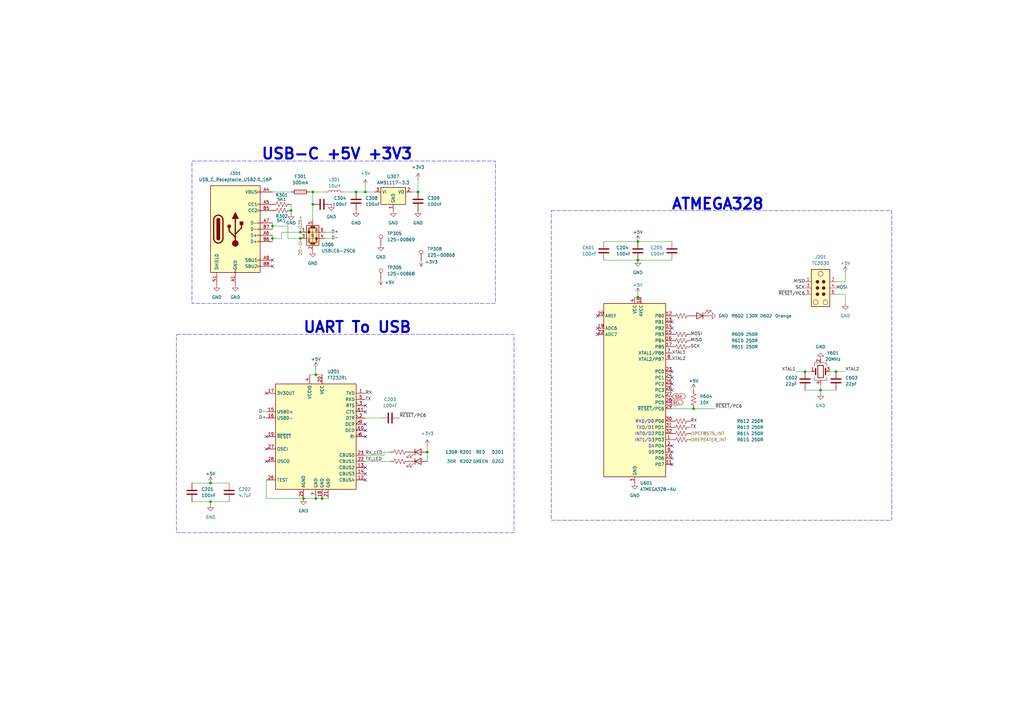
<source format=kicad_sch>
(kicad_sch (version 20250114) (generator "eeschema") (generator_version "9.0")
  (paper "A3")
  (title_block (title "MEP MAXI 85V-1 REV 2 Keypad") (date "2025-06-22") (rev "X2") (company "McMillan Enterprises") (comment 1 "Firmware: Connor McMillan (connor@mcmillan.website)") (comment 2 "Hardware &"))
  (polyline (pts (xy 391.1535 266.7296) (xy 391.1852 266.731) (xy 391.2167 266.7334) (xy 391.2477 266.7368) (xy 391.2784 266.7411) (xy 391.3085 266.7463) (xy 391.3381 266.7524) (xy 391.3671 266.7595) (xy 391.3954 266.7674) (xy 391.423 266.7762) (xy 391.4497 266.7858) (xy 391.4756 266.7963) (xy 391.5006 266.8076) (xy 391.5246 266.8198) (xy 391.5476 266.8328) (xy 391.5694 266.8466) (xy 391.4898 267.0098) (xy 391.47 266.9964) (xy 391.4496 266.9839) (xy 391.4285 266.9722) (xy 391.4069 266.9613) (xy 391.3846 266.9513) (xy 391.3619 266.9422) (xy 391.3386 266.9339) (xy 391.3148 266.9265) (xy 391.2906 266.9199) (xy 391.266 266.9142) (xy 391.241 266.9094) (xy 391.2157 266.9054) (xy 391.19 266.9023) (xy 391.1641 266.9001) (xy 391.1379 266.8988) (xy 391.1115 266.8984) (xy 391.0695 266.8995) (xy 391.0296 266.9028) (xy 390.9919 266.9083) (xy 390.9564 266.9159) (xy 390.9232 266.9255) (xy 390.8924 266.937) (xy 390.8641 266.9504) (xy 390.8384 266.9655) (xy 390.8154 266.9824) (xy 390.805 266.9915) (xy 390.7952 267.001) (xy 390.7862 267.0109) (xy 390.7778 267.0211) (xy 390.7703 267.0318) (xy 390.7634 267.0428) (xy 390.7574 267.0542) (xy 390.7521 267.0659) (xy 390.7475 267.078) (xy 390.7438 267.0904) (xy 390.7409 267.1031) (xy 390.7388 267.1162) (xy 390.7376 267.1296) (xy 390.7371 267.1432) (xy 390.7392 267.1694) (xy 390.7452 267.1933) (xy 390.7548 267.215) (xy 390.7679 267.2347) (xy 390.784 267.2526) (xy 390.8031 267.2689) (xy 390.8248 267.2837) (xy 390.8488 267.2973) (xy 390.875 267.3098) (xy 390.9029 267.3214) (xy 390.9633 267.3427) (xy 391.0946 267.3827) (xy 391.1612 267.4042) (xy 391.2258 267.4288) (xy 391.2566 267.4426) (xy 391.2862 267.4578) (xy 391.3141 267.4744) (xy 391.3403 267.4927) (xy 391.3643 267.5128) (xy 391.386 267.535) (xy 391.4051 267.5594) (xy 391.4213 267.5861) (xy 391.4343 267.6155) (xy 391.4439 267.6475) (xy 391.4499 267.6826) (xy 391.452 267.7207) (xy 391.4513 267.7458) (xy 391.4492 267.7702) (xy 391.4457 267.794) (xy 391.4409 267.8171) (xy 391.4347 267.8395) (xy 391.4273 267.8613) (xy 391.4186 267.8824) (xy 391.4086 267.9028) (xy 391.3974 267.9224) (xy 391.3851 267.9414) (xy 391.3715 267.9596) (xy 391.3568 267.977) (xy 391.341 267.9938) (xy 391.3242 268.0097) (xy 391.3062 268.0249) (xy 391.2872 268.0393) (xy 391.2672 268.0529) (xy 391.2462 268.0657) (xy 391.2242 268.0777) (xy 391.2013 268.0888) (xy 391.1775 268.0992) (xy 391.1528 268.1087) (xy 391.1272 268.1173) (xy 391.1008 268.125) (xy 391.0736 268.1319) (xy 391.0456 268.1379) (xy 391.0169 268.143) (xy 390.9874 268.1472) (xy 390.9572 268.1505) (xy 390.9263 268.1529) (xy 390.8947 268.1543) (xy 390.8626 268.1548) (xy 390.8227 268.1539) (xy 390.7831 268.1514) (xy 390.744 268.1474) (xy 390.7055 268.1418) (xy 390.6676 268.1348) (xy 390.6307 268.1264) (xy 390.5947 268.1168) (xy 390.5599 268.106) (xy 390.5264 268.0941) (xy 390.4944 268.0811) (xy 390.464 268.0671) (xy 390.4353 268.0523) (xy 390.4085 268.0366) (xy 390.3837 268.0202) (xy 390.3611 268.0032) (xy 390.3409 267.9855) (xy 390.4285 267.8262) (xy 390.449 267.8441) (xy 390.4711 267.8611) (xy 390.4946 267.8771) (xy 390.5193 267.8923) (xy 390.5452 267.9064) (xy 390.5722 267.9195) (xy 390.6002 267.9315) (xy 390.6291 267.9425) (xy 390.6588 267.9522) (xy 390.6892 267.9608) (xy 390.7202 267.9682) (xy 390.7516 267.9743) (xy 390.7835 267.9792) (xy 390.8157 267.9827) (xy 390.848 267.9848) (xy 390.8805 267.9855) (xy 390.9218 267.9845) (xy 390.9612 267.9815) (xy 390.9988 267.9766) (xy 391.0342 267.9698) (xy 391.0675 267.961) (xy 391.0984 267.9504) (xy 391.127 267.938) (xy 391.153 267.9238) (xy 391.1764 267.9078) (xy 391.1871 267.8991) (xy 391.1971 267.89) (xy 391.2063 267.8805) (xy 391.2148 267.8706) (xy 391.2226 267.8602) (xy 391.2296 267.8494) (xy 391.2359 267.8382) (xy 391.2413 267.8266) (xy 391.246 267.8146) (xy 391.2499 267.8022) (xy 391.2529 267.7894) (xy 391.255 267.7761) (xy 391.2564 267.7625) (xy 391.2568 267.7485) (xy 391.2547 267.7225) (xy 391.2488 267.6989) (xy 391.2391 267.6775) (xy 391.2261 267.6581) (xy 391.2099 267.6406) (xy 391.1908 267.6246) (xy 391.1692 267.6101) (xy 391.1451 267.5968) (xy 391.119 267.5847) (xy 391.091 267.5733) (xy 391.0306 267.5525) (xy 390.8994 267.5131) (xy 390.8328 267.4914) (xy 390.7682 267.4664) (xy 390.7373 267.4521) (xy 390.7078 267.4365) (xy 390.6798 267.4192) (xy 390.6537 267.4002) (xy 390.6297 267.3792) (xy 390.608 267.3561) (xy 390.5889 267.3306) (xy 390.5727 267.3025) (xy 390.5597 267.2717) (xy 390.5501 267.238) (xy 390.5441 267.2012) (xy 390.542 267.1611) (xy 390.5427 267.1364) (xy 390.5448 267.1123) (xy 390.5482 267.0888) (xy 390.553 267.066) (xy 390.559 267.0437) (xy 390.5663 267.0222) (xy 390.5749 267.0013) (xy 390.5847 266.9811) (xy 390.5957 266.9615) (xy 390.6078 266.9427) (xy 390.6211 266.9246) (xy 390.6356 266.9072) (xy 390.6511 266.8905) (xy 390.6677 266.8746) (xy 390.6854 266.8594) (xy 390.704 266.845) (xy 390.7237 266.8314) (xy 390.7444 266.8186) (xy 390.766 266.8066) (xy 390.7885 266.7954) (xy 390.8119 266.7851) (xy 390.8362 266.7755) (xy 390.8613 266.7669) (xy 390.8873 266.7591) (xy 390.914 266.7521) (xy 390.9415 266.7461) (xy 390.9698 266.7409) (xy 390.9988 266.7367) (xy 391.0285 266.7334) (xy 391.0588 266.731) (xy 391.0898 266.7295) (xy 391.1215 266.7291) (xy 391.1535 266.7296)) (stroke (width -0.0001) (type solid)) (fill (type outline)))
  (rectangle (start 78.74 66.04) (end 203.2 124.46) (stroke (width 0) (type dash)))
  (polyline (pts (xy 375.0109 259.0135) (xy 370.1552 265.2009) (xy 369.7386 265.2009) (xy 368.5893 262.4136) (xy 367.9211 265.7758) (xy 367.03 265.7758) (xy 368.0361 260.7468) (xy 368.7976 260.7468) (xy 369.9562 263.6659) (xy 370.1265 264.0944) (xy 372.7404 260.7468) (xy 373.6079 259.6357) (xy 374.9545 258.6582) (xy 375.0109 259.0135)) (stroke (width -0.0001) (type solid)) (fill (type outline)))
  (polyline (pts (xy 389.122 268.1388) (xy 388.9228 268.1388) (xy 389.2016 266.745) (xy 389.4007 266.745) (xy 389.122 268.1388)) (stroke (width -0.0001) (type solid)) (fill (type outline)))
  (polyline (pts (xy 402.3773 264.4208) (xy 402.9996 261.2772) (xy 403.8272 261.2772) (xy 402.9291 265.768) (xy 402.2426 265.768) (xy 400.4013 262.6244) (xy 399.7726 265.768) (xy 398.945 265.768) (xy 399.8432 261.2772) (xy 400.5296 261.2772) (xy 402.3773 264.4208)) (stroke (width -0.0001) (type solid)) (fill (type outline)))
  (polyline (pts (xy 382.7899 266.7468) (xy 382.8462 266.752) (xy 382.899 266.7605) (xy 382.9484 266.7724) (xy 382.9717 266.7796) (xy 382.9942 266.7876) (xy 383.0158 266.7963) (xy 383.0364 266.8059) (xy 383.0561 266.8163) (xy 383.0749 266.8274) (xy 383.0928 266.8394) (xy 383.1097 266.852) (xy 383.1256 266.8655) (xy 383.1406 266.8797) (xy 383.1546 266.8946) (xy 383.1677 266.9103) (xy 383.1797 266.9267) (xy 383.1907 266.9438) (xy 383.2007 266.9617) (xy 383.2098 266.9802) (xy 383.2177 266.9995) (xy 383.2247 267.0194) (xy 383.2306 267.04) (xy 383.2354 267.0614) (xy 383.2392 267.0833) (xy 383.2419 267.106) (xy 383.2436 267.1293) (xy 383.2441 267.1532) (xy 383.2423 267.2041) (xy 383.24 267.2287) (xy 383.2369 267.2527) (xy 383.2329 267.2763) (xy 383.228 267.2992) (xy 383.2223 267.3217) (xy 383.2157 267.3435) (xy 383.2083 267.3648) (xy 383.2001 267.3855) (xy 383.191 267.4056) (xy 383.1811 267.4252) (xy 383.1704 267.4442) (xy 383.1589 267.4625) (xy 383.1466 267.4803) (xy 383.1336 267.4974) (xy 383.1198 267.514) (xy 383.1052 267.5299) (xy 383.0898 267.5452) (xy 383.0737 267.5599) (xy 383.0569 267.5739) (xy 383.0394 267.5873) (xy 383.0211 267.6) (xy 383.0021 267.6121) (xy 382.9621 267.6344) (xy 382.9194 267.6539) (xy 382.8739 267.6707) (xy 382.8259 267.6848) (xy 383.0808 268.1388) (xy 382.8698 268.1388) (xy 382.6269 267.7127) (xy 382.2166 267.7127) (xy 382.133 268.1388) (xy 381.9319 268.1388) (xy 382.051 267.5434) (xy 382.2505 267.5434) (xy 382.595 267.5434) (xy 382.647 267.5419) (xy 382.6961 267.5375) (xy 382.7422 267.5301) (xy 382.7854 267.5197) (xy 382.8059 267.5134) (xy 382.8255 267.5064) (xy 382.8444 267.4987) (xy 382.8625 267.4902) (xy 382.8798 267.481) (xy 382.8963 267.4711) (xy 382.9119 267.4605) (xy 382.9268 267.4491) (xy 382.9408 267.437) (xy 382.9539 267.4243) (xy 382.9662 267.4108) (xy 382.9777 267.3965) (xy 382.9882 267.3816) (xy 382.998 267.366) (xy 383.0068 267.3497) (xy 383.0147 267.3326) (xy 383.0217 267.3149) (xy 383.0278 267.2964) (xy 383.033 267.2773) (xy 383.0373 267.2574) (xy 383.0407 267.2369) (xy 383.043 267.2157) (xy 383.0445 267.1937) (xy 383.045 267.1711) (xy 383.0446 267.1557) (xy 383.0436 267.1407) (xy 383.0418 267.1262) (xy 383.0394 267.1122) (xy 383.0363 267.0987) (xy 383.0325 267.0857) (xy 383.0281 267.0731) (xy 383.023 267.0611) (xy 383.0172 267.0495) (xy 383.0108 267.0384) (xy 383.0037 267.0277) (xy 382.9959 267.0176) (xy 382.9876 267.008) (xy 382.9785 266.9988) (xy 382.9689 266.9902) (xy 382.9586 266.982) (xy 382.9477 266.9743) (xy 382.9362 266.9671) (xy 382.924 266.9604) (xy 382.9113 266.9542) (xy 382.8979 266.9485) (xy 382.884 266.9432) (xy 382.8694 266.9385) (xy 382.8543 266.9343) (xy 382.8386 266.9305) (xy 382.8222 266.9273) (xy 382.8054 266.9245) (xy 382.7879 266.9223) (xy 382.7699 266.9205) (xy 382.7513 266.9193) (xy 382.7321 266.9185) (xy 382.7124 266.9183) (xy 382.3759 266.9183) (xy 382.2505 267.5434) (xy 382.051 267.5434) (xy 382.2107 266.745) (xy 382.7303 266.745) (xy 382.7899 266.7468)) (stroke (width -0.0001) (type solid)) (fill (type outline)))
  (polyline (pts (xy 387.3207 261.2772) (xy 388.1546 261.2772) (xy 387.3976 265.0624) (xy 389.7457 265.0624) (xy 389.6046 265.768) (xy 386.4224 265.768) (xy 387.3207 261.2772) (xy 387.3207 261.2772)) (stroke (width -0.0001) (type solid)) (fill (type outline)))
  (polyline (pts (xy 381.0146 264.2668) (xy 383.3435 261.2772) (xy 384.062 261.2772) (xy 383.1639 265.768) (xy 382.3748 265.768) (xy 382.9585 262.8233) (xy 381.0403 265.2548) (xy 380.6682 265.2548) (xy 379.6417 262.7656) (xy 379.045 265.768) (xy 378.2495 265.768) (xy 379.1477 261.2772) (xy 379.8278 261.2772) (xy 381.0146 264.2668)) (stroke (width -0.0001) (type solid)) (fill (type outline)))
  (polyline (pts (xy 376.1996 267.8182) (xy 376.4126 266.745) (xy 376.6117 266.745) (xy 376.333 268.1388) (xy 376.1697 268.1388) (xy 375.5464 267.0656) (xy 375.3333 268.1388) (xy 375.1343 268.1388) (xy 375.413 266.745) (xy 375.5763 266.745) (xy 376.1996 267.8182)) (stroke (width -0.0001) (type solid)) (fill (type outline)))
  (polyline (pts (xy 370.1265 264.0944) (xy 372.7347 260.7468) (xy 372.7404 260.7468) (xy 370.1265 264.0944)) (stroke (width -0.0001) (type solid)) (fill (type outline)))
  (polyline (pts (xy 387.4406 266.7468) (xy 387.4968 266.752) (xy 387.5497 266.7605) (xy 387.599 266.7724) (xy 387.6224 266.7796) (xy 387.6449 266.7876) (xy 387.6664 266.7963) (xy 387.6871 266.8059) (xy 387.7068 266.8163) (xy 387.7256 266.8274) (xy 387.7434 266.8394) (xy 387.7603 266.852) (xy 387.7763 266.8655) (xy 387.7913 266.8797) (xy 387.8053 266.8946) (xy 387.8183 266.9103) (xy 387.8303 266.9267) (xy 387.8414 266.9438) (xy 387.8514 266.9617) (xy 387.8604 266.9802) (xy 387.8684 266.9995) (xy 387.8753 267.0194) (xy 387.8812 267.04) (xy 387.8861 267.0614) (xy 387.8899 267.0833) (xy 387.8926 267.106) (xy 387.8942 267.1293) (xy 387.8948 267.1532) (xy 387.8929 267.2041) (xy 387.8907 267.2287) (xy 387.8876 267.2527) (xy 387.8836 267.2763) (xy 387.8787 267.2992) (xy 387.873 267.3217) (xy 387.8664 267.3435) (xy 387.859 267.3648) (xy 387.8507 267.3855) (xy 387.8416 267.4056) (xy 387.8317 267.4252) (xy 387.821 267.4442) (xy 387.8096 267.4625) (xy 387.7973 267.4803) (xy 387.7842 267.4974) (xy 387.7704 267.514) (xy 387.7558 267.5299) (xy 387.7405 267.5452) (xy 387.7244 267.5599) (xy 387.7076 267.5739) (xy 387.69 267.5873) (xy 387.6718 267.6) (xy 387.6528 267.6121) (xy 387.6128 267.6344) (xy 387.57 267.6539) (xy 387.5246 267.6707) (xy 387.4766 267.6848) (xy 387.7314 268.1388) (xy 387.5204 268.1388) (xy 387.2775 267.7127) (xy 386.8673 267.7127) (xy 386.7837 268.1388) (xy 386.5826 268.1388) (xy 386.7017 267.5434) (xy 386.9012 267.5434) (xy 387.2456 267.5434) (xy 387.2976 267.5419) (xy 387.3467 267.5375) (xy 387.3929 267.5301) (xy 387.4361 267.5197) (xy 387.4565 267.5134) (xy 387.4762 267.5064) (xy 387.495 267.4987) (xy 387.5131 267.4902) (xy 387.5304 267.481) (xy 387.5469 267.4711) (xy 387.5626 267.4605) (xy 387.5774 267.4491) (xy 387.5914 267.437) (xy 387.6046 267.4243) (xy 387.6169 267.4108) (xy 387.6283 267.3965) (xy 387.6389 267.3816) (xy 387.6486 267.366) (xy 387.6574 267.3497) (xy 387.6653 267.3326) (xy 387.6724 267.3149) (xy 387.6785 267.2964) (xy 387.6837 267.2773) (xy 387.688 267.2574) (xy 387.6913 267.2369) (xy 387.6937 267.2157) (xy 387.6951 267.1937) (xy 387.6956 267.1711) (xy 387.6953 267.1557) (xy 387.6942 267.1407) (xy 387.6925 267.1262) (xy 387.6901 267.1122) (xy 387.687 267.0987) (xy 387.6832 267.0857) (xy 387.6787 267.0731) (xy 387.6736 267.0611) (xy 387.6678 267.0495) (xy 387.6614 267.0384) (xy 387.6543 267.0277) (xy 387.6466 267.0176) (xy 387.6382 267.008) (xy 387.6292 266.9988) (xy 387.6195 266.9902) (xy 387.6093 266.982) (xy 387.5984 266.9743) (xy 387.5868 266.9671) (xy 387.5747 266.9604) (xy 387.5619 266.9542) (xy 387.5486 266.9485) (xy 387.5346 266.9432) (xy 387.5201 266.9385) (xy 387.5049 266.9343) (xy 387.4892 266.9305) (xy 387.4729 266.9273) (xy 387.456 266.9245) (xy 387.4385 266.9223) (xy 387.4205 266.9205) (xy 387.4019 266.9193) (xy 387.3828 266.9185) (xy 387.3631 266.9183) (xy 387.0266 266.9183) (xy 386.9012 267.5434) (xy 386.7017 267.5434) (xy 386.8613 266.745) (xy 387.381 266.745) (xy 387.4406 266.7468)) (stroke (width -0.0001) (type solid)) (fill (type outline)))
  (polyline (pts (xy 372.5335 265.7758) (xy 371.6499 265.7758) (xy 372.1364 263.321) (xy 373.3282 261.8024) (xy 372.5335 265.7758)) (stroke (width -0.0001) (type solid)) (fill (type outline)))
  (polyline (pts (xy 385.1279 266.7468) (xy 385.1838 266.752) (xy 385.2364 266.7605) (xy 385.2855 266.7724) (xy 385.3088 266.7796) (xy 385.3311 266.7876) (xy 385.3526 266.7963) (xy 385.3732 266.8059) (xy 385.3928 266.8163) (xy 385.4115 266.8274) (xy 385.4293 266.8394) (xy 385.4462 266.852) (xy 385.4621 266.8655) (xy 385.477 266.8797) (xy 385.491 266.8946) (xy 385.504 266.9103) (xy 385.516 266.9267) (xy 385.527 266.9438) (xy 385.537 266.9617) (xy 385.546 266.9802) (xy 385.554 266.9995) (xy 385.5609 267.0194) (xy 385.5668 267.04) (xy 385.5716 267.0614) (xy 385.5754 267.0833) (xy 385.5781 267.106) (xy 385.5798 267.1293) (xy 385.5803 267.1532) (xy 385.5796 267.1862) (xy 385.5774 267.2183) (xy 385.5738 267.2495) (xy 385.5688 267.2798) (xy 385.5623 267.3091) (xy 385.5545 267.3376) (xy 385.5454 267.3651) (xy 385.5348 267.3916) (xy 385.523 267.4172) (xy 385.5099 267.4418) (xy 385.4954 267.4655) (xy 385.4797 267.4881) (xy 385.4628 267.5098) (xy 385.4446 267.5304) (xy 385.4252 267.55) (xy 385.4046 267.5686) (xy 385.3829 267.5861) (xy 385.3599 267.6026) (xy 385.3358 267.618) (xy 385.3107 267.6324) (xy 385.2843 267.6456) (xy 385.257 267.6578) (xy 385.2285 267.6688) (xy 385.199 267.6788) (xy 385.1684 267.6876) (xy 385.1369 267.6952) (xy 385.1043 267.7017) (xy 385.0708 267.7071) (xy 385.0363 267.7113) (xy 385.0009 267.7143) (xy 384.9645 267.7161) (xy 384.9273 267.7167) (xy 384.5549 267.7167) (xy 384.4712 268.1388) (xy 384.2722 268.1388) (xy 384.3913 267.5434) (xy 384.5908 267.5434) (xy 384.9312 267.5434) (xy 384.9832 267.5419) (xy 385.0323 267.5375) (xy 385.0785 267.5301) (xy 385.1217 267.5197) (xy 385.1421 267.5134) (xy 385.1618 267.5064) (xy 385.1807 267.4987) (xy 385.1988 267.4902) (xy 385.2161 267.481) (xy 385.2325 267.4711) (xy 385.2482 267.4605) (xy 385.263 267.4491) (xy 385.277 267.437) (xy 385.2902 267.4243) (xy 385.3025 267.4108) (xy 385.314 267.3965) (xy 385.3245 267.3816) (xy 385.3342 267.366) (xy 385.3431 267.3497) (xy 385.351 267.3326) (xy 385.358 267.3149) (xy 385.3641 267.2964) (xy 385.3693 267.2773) (xy 385.3736 267.2574) (xy 385.3769 267.2369) (xy 385.3793 267.2157) (xy 385.3808 267.1937) (xy 385.3813 267.1711) (xy 385.3809 267.1557) (xy 385.3799 267.1407) (xy 385.3781 267.1262) (xy 385.3757 267.1122) (xy 385.3726 267.0987) (xy 385.3688 267.0857) (xy 385.3644 267.0731) (xy 385.3593 267.0611) (xy 385.3535 267.0495) (xy 385.3471 267.0384) (xy 385.34 267.0277) (xy 385.3323 267.0176) (xy 385.324 267.008) (xy 385.315 266.9988) (xy 385.3054 266.9902) (xy 385.2951 266.982) (xy 385.2843 266.9743) (xy 385.2728 266.9671) (xy 385.2607 266.9604) (xy 385.248 266.9542) (xy 385.2348 266.9485) (xy 385.2209 266.9432) (xy 385.2064 266.9385) (xy 385.1914 266.9343) (xy 385.1758 266.9305) (xy 385.1596 266.9273) (xy 385.1428 266.9245) (xy 385.1255 266.9223) (xy 385.1076 266.9205) (xy 385.0892 266.9193) (xy 385.0703 266.9185) (xy 385.0507 266.9183) (xy 384.7162 266.9183) (xy 384.5908 267.5434) (xy 384.3913 267.5434) (xy 384.5509 266.745) (xy 385.0686 266.745) (xy 385.1279 266.7468)) (stroke (width -0.0001) (type solid)) (fill (type outline)))
  (polyline (pts (xy 380.9337 266.9183) (xy 380.1472 266.9183) (xy 380.0616 267.3463) (xy 380.7625 267.3463) (xy 380.7286 267.5156) (xy 380.0277 267.5156) (xy 379.9381 267.9656) (xy 380.7525 267.9656) (xy 380.7187 268.1388) (xy 379.7052 268.1388) (xy 379.9839 266.745) (xy 380.9676 266.745) (xy 380.9337 266.9183)) (stroke (width -0.0001) (type solid)) (fill (type outline)))
  (rectangle (start 226.06 86.36) (end 365.76 213.36) (stroke (width 0) (type dash)))
  (polyline (pts (xy 393.7901 266.9183) (xy 393.0036 266.9183) (xy 392.918 267.3463) (xy 393.6189 267.3463) (xy 393.585 267.5156) (xy 392.8841 267.5156) (xy 392.7945 267.9656) (xy 393.6089 267.9656) (xy 393.5751 268.1388) (xy 392.5616 268.1388) (xy 392.8403 266.745) (xy 393.824 266.745) (xy 393.7901 266.9183)) (stroke (width -0.0001) (type solid)) (fill (type outline)))
  (polyline (pts (xy 395.5093 266.7296) (xy 395.5411 266.731) (xy 395.5725 266.7334) (xy 395.6036 266.7368) (xy 395.6342 266.7411) (xy 395.6644 266.7463) (xy 395.694 266.7524) (xy 395.7229 266.7595) (xy 395.7512 266.7674) (xy 395.7788 266.7762) (xy 395.8056 266.7858) (xy 395.8315 266.7963) (xy 395.8565 266.8076) (xy 395.8805 266.8198) (xy 395.9034 266.8328) (xy 395.9253 266.8466) (xy 395.8457 267.0098) (xy 395.8259 266.9964) (xy 395.8055 266.9839) (xy 395.7844 266.9722) (xy 395.7627 266.9613) (xy 395.7405 266.9513) (xy 395.7177 266.9422) (xy 395.6944 266.9339) (xy 395.6707 266.9265) (xy 395.6465 266.9199) (xy 395.6219 266.9142) (xy 395.5969 266.9094) (xy 395.5715 266.9054) (xy 395.5459 266.9023) (xy 395.5199 266.9001) (xy 395.4937 266.8988) (xy 395.4673 266.8984) (xy 395.4254 266.8995) (xy 395.3855 266.9028) (xy 395.3477 266.9083) (xy 395.3122 266.9159) (xy 395.279 266.9255) (xy 395.2483 266.937) (xy 395.22 266.9504) (xy 395.1943 266.9655) (xy 395.1713 266.9824) (xy 395.1608 266.9915) (xy 395.1511 267.001) (xy 395.142 267.0109) (xy 395.1337 267.0211) (xy 395.1261 267.0318) (xy 395.1193 267.0428) (xy 395.1132 267.0542) (xy 395.1079 267.0659) (xy 395.1034 267.078) (xy 395.0997 267.0904) (xy 395.0968 267.1031) (xy 395.0947 267.1162) (xy 395.0934 267.1296) (xy 395.093 267.1432) (xy 395.095 267.1694) (xy 395.101 267.1933) (xy 395.1107 267.215) (xy 395.1237 267.2347) (xy 395.1399 267.2526) (xy 395.159 267.2689) (xy 395.1806 267.2837) (xy 395.2047 267.2973) (xy 395.2308 267.3098) (xy 395.2588 267.3214) (xy 395.3192 267.3427) (xy 395.4504 267.3827) (xy 395.5171 267.4042) (xy 395.5817 267.4288) (xy 395.6125 267.4426) (xy 395.642 267.4578) (xy 395.67 267.4744) (xy 395.6961 267.4927) (xy 395.7202 267.5128) (xy 395.7419 267.535) (xy 395.7609 267.5594) (xy 395.7771 267.5861) (xy 395.7902 267.6155) (xy 395.7998 267.6475) (xy 395.8058 267.6826) (xy 395.8078 267.7207) (xy 395.8071 267.7458) (xy 395.805 267.7702) (xy 395.8015 267.794) (xy 395.7967 267.8171) (xy 395.7906 267.8395) (xy 395.7831 267.8613) (xy 395.7744 267.8824) (xy 395.7645 267.9028) (xy 395.7533 267.9224) (xy 395.7409 267.9414) (xy 395.7274 267.9596) (xy 395.7127 267.977) (xy 395.6969 267.9938) (xy 395.68 268.0097) (xy 395.6621 268.0249) (xy 395.6431 268.0393) (xy 395.623 268.0529) (xy 395.602 268.0657) (xy 395.5801 268.0777) (xy 395.5572 268.0888) (xy 395.5334 268.0992) (xy 395.5087 268.1087) (xy 395.4831 268.1173) (xy 395.4567 268.125) (xy 395.4295 268.1319) (xy 395.4015 268.1379) (xy 395.3727 268.143) (xy 395.3432 268.1472) (xy 395.313 268.1505) (xy 395.2821 268.1529) (xy 395.2506 268.1543) (xy 395.2184 268.1548) (xy 395.1786 268.1539) (xy 395.139 268.1514) (xy 395.0999 268.1474) (xy 395.0613 268.1418) (xy 395.0235 268.1348) (xy 394.9865 268.1264) (xy 394.9506 268.1168) (xy 394.9158 268.106) (xy 394.8823 268.0941) (xy 394.8503 268.0811) (xy 394.8198 268.0671) (xy 394.7911 268.0523) (xy 394.7643 268.0366) (xy 394.7396 268.0202) (xy 394.717 268.0032) (xy 394.6967 267.9855) (xy 394.7843 267.8262) (xy 394.8049 267.8441) (xy 394.827 267.8611) (xy 394.8504 267.8771) (xy 394.8751 267.8923) (xy 394.9011 267.9064) (xy 394.9281 267.9195) (xy 394.9561 267.9315) (xy 394.985 267.9425) (xy 395.0147 267.9522) (xy 395.045 267.9608) (xy 395.076 267.9682) (xy 395.1075 267.9743) (xy 395.1394 267.9792) (xy 395.1715 267.9827) (xy 395.2039 267.9848) (xy 395.2363 267.9855) (xy 395.2776 267.9845) (xy 395.3171 267.9815) (xy 395.3546 267.9766) (xy 395.3901 267.9698) (xy 395.4233 267.961) (xy 395.4543 267.9504) (xy 395.4828 267.938) (xy 395.5089 267.9238) (xy 395.5323 267.9078) (xy 395.5429 267.8991) (xy 395.5529 267.89) (xy 395.5622 267.8805) (xy 395.5707 267.8706) (xy 395.5785 267.8602) (xy 395.5855 267.8494) (xy 395.5917 267.8382) (xy 395.5972 267.8266) (xy 395.6019 267.8146) (xy 395.6057 267.8022) (xy 395.6087 267.7894) (xy 395.6109 267.7761) (xy 395.6122 267.7625) (xy 395.6127 267.7485) (xy 395.6106 267.7225) (xy 395.6046 267.6989) (xy 395.595 267.6775) (xy 395.5819 267.6581) (xy 395.5658 267.6406) (xy 395.5467 267.6246) (xy 395.525 267.6101) (xy 395.501 267.5968) (xy 395.4748 267.5847) (xy 395.4469 267.5733) (xy 395.3865 267.5525) (xy 395.2553 267.5131) (xy 395.1886 267.4914) (xy 395.124 267.4664) (xy 395.0932 267.4521) (xy 395.0637 267.4365) (xy 395.0357 267.4192) (xy 395.0096 267.4002) (xy 394.9855 267.3792) (xy 394.9639 267.3561) (xy 394.9448 267.3306) (xy 394.9286 267.3025) (xy 394.9156 267.2717) (xy 394.9059 267.238) (xy 394.8999 267.2012) (xy 394.8979 267.1611) (xy 394.8986 267.1364) (xy 394.9007 267.1123) (xy 394.9041 267.0888) (xy 394.9088 267.066) (xy 394.9149 267.0437) (xy 394.9222 267.0222) (xy 394.9307 267.0013) (xy 394.9405 266.9811) (xy 394.9515 266.9615) (xy 394.9637 266.9427) (xy 394.977 266.9246) (xy 394.9914 266.9072) (xy 395.007 266.8905) (xy 395.0236 266.8746) (xy 395.0412 266.8594) (xy 395.0599 266.845) (xy 395.0796 266.8314) (xy 395.1002 266.8186) (xy 395.1218 266.8066) (xy 395.1443 266.7954) (xy 395.1677 266.7851) (xy 395.192 266.7755) (xy 395.2172 266.7669) (xy 395.2431 266.7591) (xy 395.2699 266.7521) (xy 395.2974 266.7461) (xy 395.3257 266.7409) (xy 395.3546 266.7367) (xy 395.3843 266.7334) (xy 395.4147 266.731) (xy 395.4457 266.7295) (xy 395.4773 266.7291) (xy 395.5093 266.7296)) (stroke (width -0.0001) (type solid)) (fill (type outline)))
  (polyline (pts (xy 375.9475 256.261) (xy 377.8002 254.9162) (xy 376.4553 256.7689) (xy 378.7164 257.128) (xy 376.4553 257.4871) (xy 377.8002 259.3399) (xy 375.9475 257.995) (xy 375.5884 260.256) (xy 375.2293 257.995) (xy 373.3765 259.3399) (xy 374.7214 257.4871) (xy 372.4604 257.128) (xy 374.7214 256.7689) (xy 373.3765 254.9162) (xy 375.2293 256.261) (xy 375.5884 254) (xy 375.9475 256.261)) (stroke (width -0.0001) (type solid)) (fill (type outline)))
  (polyline (pts (xy 398.3679 265.768) (xy 397.5403 265.768) (xy 397.3029 264.7287) (xy 395.0446 264.7287) (xy 394.3967 265.768) (xy 393.5049 265.768) (xy 394.6058 264.0743) (xy 395.4552 264.0743) (xy 397.1489 264.0743) (xy 396.6934 262.0983) (xy 395.4552 264.0743) (xy 394.6058 264.0743) (xy 396.424 261.2772) (xy 397.2516 261.2772) (xy 398.3679 265.768)) (stroke (width -0.0001) (type solid)) (fill (type outline)))
  (polyline (pts (xy 370.1265 264.0944) (xy 372.7347 260.7468) (xy 372.7404 260.7468) (xy 370.1265 264.0944)) (stroke (width -0.0001) (type solid)) (fill (type outline)))
  (polyline (pts (xy 391.1634 261.2772) (xy 391.9974 261.2772) (xy 391.2404 265.0624) (xy 393.5885 265.0624) (xy 393.4473 265.768) (xy 390.2652 265.768) (xy 391.1634 261.2772) (xy 391.1634 261.2772)) (stroke (width -0.0001) (type solid)) (fill (type outline)))
  (polyline (pts (xy 374.1361 266.9183) (xy 373.3495 266.9183) (xy 373.2639 267.3463) (xy 373.9648 267.3463) (xy 373.931 267.5156) (xy 373.2301 267.5156) (xy 373.1405 267.9656) (xy 373.9548 267.9656) (xy 373.921 268.1388) (xy 372.9075 268.1388) (xy 373.1863 266.745) (xy 374.1699 266.745) (xy 374.1361 266.9183)) (stroke (width -0.0001) (type solid)) (fill (type outline)))
  (polyline (pts (xy 378.8385 266.9183) (xy 378.3626 266.9183) (xy 378.1177 268.1388) (xy 377.9206 268.1388) (xy 378.1635 266.9183) (xy 377.6876 266.9183) (xy 377.7215 266.745) (xy 378.8744 266.745) (xy 378.8385 266.9183)) (stroke (width -0.0001) (type solid)) (fill (type outline)))
  (polyline (pts (xy 385.2743 261.2772) (xy 386.1083 261.2772) (xy 385.2101 265.768) (xy 384.376 265.768) (xy 385.2743 261.2772) (xy 385.2743 261.2772)) (stroke (width -0.0001) (type solid)) (fill (type outline)))
  (rectangle (start 72.39 137.16) (end 210.82 218.44) (stroke (width 0) (type dash)))
  (polyline (pts (xy 376.5896 261.2161) (xy 376.7285 261.2253) (xy 376.8635 261.2405) (xy 376.9943 261.2617) (xy 377.1207 261.2889) (xy 377.2425 261.322) (xy 377.3594 261.3608) (xy 377.4711 261.4055) (xy 377.5776 261.4558) (xy 377.6785 261.5119) (xy 377.7736 261.5735) (xy 377.8626 261.6406) (xy 377.9454 261.7133) (xy 378.0216 261.7914) (xy 378.0911 261.8748) (xy 378.1536 261.9636) (xy 377.5506 262.4705) (xy 377.5032 262.4085) (xy 377.4525 262.3502) (xy 377.3985 262.2956) (xy 377.3702 262.2698) (xy 377.3411 262.2448) (xy 377.3112 262.2208) (xy 377.2804 262.1978) (xy 377.2488 262.1757) (xy 377.2164 262.1546) (xy 377.1831 262.1344) (xy 377.149 262.1153) (xy 377.114 262.0971) (xy 377.0782 262.0799) (xy 377.004 262.0485) (xy 376.9265 262.0212) (xy 376.8455 261.9979) (xy 376.7611 261.9787) (xy 376.6733 261.9638) (xy 376.5821 261.953) (xy 376.4874 261.9465) (xy 376.3893 261.9444) (xy 376.2829 261.9469) (xy 376.1791 261.9543) (xy 376.0779 261.9666) (xy 375.9794 261.9836) (xy 375.8836 262.0052) (xy 375.7906 262.0312) (xy 375.7004 262.0616) (xy 375.6131 262.0961) (xy 375.5288 262.1348) (xy 375.4474 262.1774) (xy 375.3691 262.2238) (xy 375.2939 262.2739) (xy 375.2219 262.3276) (xy 375.1531 262.3847) (xy 375.0875 262.4452) (xy 375.0252 262.5089) (xy 374.9663 262.5757) (xy 374.9108 262.6455) (xy 374.8588 262.718) (xy 374.8103 262.7933) (xy 374.7654 262.8712) (xy 374.7241 262.9515) (xy 374.6865 263.0341) (xy 374.6526 263.119) (xy 374.6225 263.206) (xy 374.5963 263.2949) (xy 374.5739 263.3856) (xy 374.5555 263.4781) (xy 374.5411 263.5722) (xy 374.5307 263.6677) (xy 374.5245 263.7645) (xy 374.5224 263.8626) (xy 374.5238 263.9316) (xy 374.5281 263.9992) (xy 374.5352 264.0651) (xy 374.5451 264.1295) (xy 374.5579 264.1922) (xy 374.5734 264.2532) (xy 374.5918 264.3125) (xy 374.6129 264.3701) (xy 374.6368 264.4258) (xy 374.6635 264.4796) (xy 374.6929 264.5315) (xy 374.725 264.5815) (xy 374.7599 264.6294) (xy 374.7975 264.6753) (xy 374.8378 264.7191) (xy 374.8808 264.7608) (xy 374.9265 264.8003) (xy 374.9749 264.8376) (xy 375.026 264.8726) (xy 375.0797 264.9053) (xy 375.136 264.9356) (xy 375.195 264.9636) (xy 375.2566 264.9891) (xy 375.3208 265.0121) (xy 375.3876 265.0325) (xy 375.457 265.0504) (xy 375.529 265.0656) (xy 375.6036 265.0782) (xy 375.6807 265.088) (xy 375.7604 265.0951) (xy 375.8427 265.0994) (xy 375.9274 265.1009) (xy 376.0205 265.0989) (xy 376.112 265.093) (xy 376.2019 265.0832) (xy 376.2902 265.0693) (xy 376.3768 265.0514) (xy 376.4616 265.0295) (xy 376.5447 265.0035) (xy 376.6259 264.9733) (xy 376.7053 264.9391) (xy 376.7827 264.9007) (xy 376.8581 264.8581) (xy 376.9315 264.8112) (xy 377.0029 264.7602) (xy 377.0721 264.7048) (xy 377.1392 264.6452) (xy 377.2041 264.5812) (xy 377.6916 265.1072) (xy 377.6074 265.1978) (xy 377.5183 265.2821) (xy 377.4247 265.36) (xy 377.3266 265.4316) (xy 377.2242 265.4971) (xy 377.1176 265.5565) (xy 377.0072 265.6099) (xy 376.8929 265.6574) (xy 376.7751 265.699) (xy 376.6538 265.7348) (xy 376.5292 265.7649) (xy 376.4015 265.7893) (xy 376.2709 265.8082) (xy 376.1376 265.8216) (xy 376.0016 265.8296) (xy 375.8632 265.8322) (xy 375.7367 265.8299) (xy 375.6135 265.8232) (xy 375.4937 265.8119) (xy 375.3772 265.7964) (xy 375.2641 265.7765) (xy 375.1545 265.7525) (xy 375.0484 265.7244) (xy 374.9459 265.6922) (xy 374.847 265.656) (xy 374.7518 265.616) (xy 374.6603 265.5722) (xy 374.5725 265.5247) (xy 374.4886 265.4735) (xy 374.4085 265.4188) (xy 374.3324 265.3605) (xy 374.2601 265.2989) (xy 374.1919 265.234) (xy 374.1278 265.1658) (xy 374.0677 265.0944) (xy 374.0118 265.0199) (xy 373.9601 264.9424) (xy 373.9126 264.862) (xy 373.8695 264.7788) (xy 373.8306 264.6927) (xy 373.7962 264.604) (xy 373.7662 264.5126) (xy 373.7406 264.4187) (xy 373.7196 264.3224) (xy 373.7032 264.2236) (xy 373.6914 264.1226) (xy 373.6843 264.0193) (xy 373.682 263.9139) (xy 373.6852 263.7724) (xy 373.6947 263.633) (xy 373.7105 263.496) (xy 373.7324 263.3613) (xy 373.7603 263.2293) (xy 373.7942 263.1001) (xy 373.8339 262.9737) (xy 373.8794 262.8505) (xy 373.9306 262.7304) (xy 373.9873 262.6138) (xy 374.0495 262.5006) (xy 374.117 262.3912) (xy 374.1899 262.2856) (xy 374.2679 262.1839) (xy 374.3509 262.0865) (xy 374.439 261.9933) (xy 374.5319 261.9046) (xy 374.6297 261.8205) (xy 374.7321 261.7411) (xy 374.8391 261.6667) (xy 374.9507 261.5973) (xy 375.0666 261.5332) (xy 375.1869 261.4744) (xy 375.3113 261.4212) (xy 375.4399 261.3737) (xy 375.5725 261.332) (xy 375.709 261.2963) (xy 375.8493 261.2667) (xy 375.9934 261.2434) (xy 376.1411 261.2266) (xy 376.2924 261.2164) (xy 376.4471 261.213) (xy 376.5896 261.2161)) (stroke (width -0.0001) (type solid)) (fill (type outline)))
  (text "RXD/D0" (at 264.414 172.974 0) (effects (font (size 1.27 1.27))))
  (text "INT1/D3" (at 264.414 180.594 0) (effects (font (size 1.27 1.27))))
  (text "USB-C +5V +3V3" (at 106.934 63.246 0) (effects (font (size 4.445 4.445) (thickness 0.889) (bold yes)) (justify left)))
  (text "ATMEGA328" (at 294.386 83.82 0) (effects (font (size 4.445 4.445) (thickness 0.889) (bold yes))))
  (text "INT0/D2" (at 264.414 178.054 0) (effects (font (size 1.27 1.27))))
  (text "D4" (at 267.208 183.134 0) (effects (font (size 1.27 1.27))))
  (text "D5" (at 267.208 185.674 0) (effects (font (size 1.27 1.27))))
  (text "UART To USB" (at 146.558 134.366 0) (effects (font (size 4.445 4.445) (thickness 0.889) (bold yes))))
  (text "TXD/D1" (at 264.668 175.514 0) (effects (font (size 1.27 1.27))))
  (junction (at 128.27 78.74))
  (junction (at 146.05 78.74))
  (junction (at 175.26 185.42))
  (junction (at 330.2 152.4))
  (junction (at 171.45 78.74))
  (junction (at 86.36 198.12))
  (junction (at 111.76 97.79))
  (junction (at 129.54 204.47))
  (junction (at 261.62 106.68))
  (junction (at 86.36 205.74))
  (junction (at 111.76 92.71))
  (junction (at 149.86 78.74))
  (junction (at 284.48 167.64))
  (junction (at 119.38 86.36))
  (junction (at 336.55 160.02))
  (junction (at 261.62 99.06))
  (junction (at 342.9 152.4))
  (junction (at 132.08 204.47))
  (junction (at 123.19 97.79))
  (junction (at 128.27 83.82))
  (junction (at 129.54 153.67))
  (junction (at 124.46 204.47))
  (junction (at 123.19 95.25))
  (junction (at 261.62 121.92))
  (no_connect (at 111.76 106.68))
  (no_connect (at 275.59 154.94))
  (no_connect (at 275.59 187.96))
  (no_connect (at 109.22 161.29))
  (no_connect (at 275.59 190.5))
  (no_connect (at 109.22 179.07))
  (no_connect (at 275.59 132.08))
  (no_connect (at 149.86 168.91))
  (no_connect (at 149.86 179.07))
  (no_connect (at 275.59 134.62))
  (no_connect (at 149.86 194.31))
  (no_connect (at 109.22 184.15))
  (no_connect (at 149.86 173.99))
  (no_connect (at 275.59 160.02))
  (no_connect (at 149.86 196.85))
  (no_connect (at 111.76 109.22))
  (no_connect (at 245.11 129.54))
  (no_connect (at 109.22 189.23))
  (no_connect (at 275.59 152.4))
  (no_connect (at 275.59 157.48))
  (no_connect (at 245.11 134.62))
  (no_connect (at 245.11 137.16))
  (no_connect (at 275.59 185.42))
  (no_connect (at 149.86 166.37))
  (no_connect (at 149.86 191.77))
  (no_connect (at 275.59 182.88))
  (no_connect (at 149.86 176.53))
  (wire (pts (xy 149.86 76.2) (xy 149.86 78.74)))
  (wire (pts (xy 128.27 83.82) (xy 128.27 90.17)))
  (wire (pts (xy 326.39 152.4) (xy 330.2 152.4)))
  (wire (pts (xy 78.74 198.12) (xy 86.36 198.12)))
  (wire (pts (xy 111.76 91.44) (xy 111.76 92.71)))
  (wire (pts (xy 123.19 93.98) (xy 123.19 95.25)))
  (wire (pts (xy 111.76 97.79) (xy 115.57 97.79)))
  (wire (pts (xy 284.48 167.64) (xy 293.37 167.64)))
  (wire (pts (xy 86.36 198.12) (xy 93.98 198.12)))
  (wire (pts (xy 119.38 86.36) (xy 119.38 87.63)))
  (wire (pts (xy 284.48 167.64) (xy 275.59 167.64)))
  (wire (pts (xy 346.71 120.65) (xy 342.9 120.65)))
  (wire (pts (xy 261.62 106.68) (xy 247.65 106.68)))
  (wire (pts (xy 261.62 99.06) (xy 275.59 99.06)))
  (wire (pts (xy 129.54 153.67) (xy 132.08 153.67)))
  (wire (pts (xy 157.48 186.69) (xy 157.48 185.42)))
  (wire (pts (xy 135.89 97.79) (xy 133.35 97.79)))
  (wire (pts (xy 123.19 97.79) (xy 123.19 99.06)))
  (wire (pts (xy 149.86 171.45) (xy 156.21 171.45)))
  (wire (pts (xy 111.76 97.79) (xy 111.76 99.06)))
  (wire (pts (xy 127 78.74) (xy 128.27 78.74)))
  (wire (pts (xy 175.26 185.42) (xy 175.26 189.23)))
  (wire (pts (xy 171.45 73.66) (xy 171.45 78.74)))
  (wire (pts (xy 346.71 115.57) (xy 346.71 111.76)))
  (wire (pts (xy 346.71 124.46) (xy 346.71 120.65)))
  (wire (pts (xy 86.36 205.74) (xy 93.98 205.74)))
  (wire (pts (xy 119.38 83.82) (xy 119.38 86.36)))
  (wire (pts (xy 261.62 121.92) (xy 262.89 121.92)))
  (wire (pts (xy 129.54 151.13) (xy 129.54 153.67)))
  (wire (pts (xy 336.55 160.02) (xy 336.55 161.29)))
  (wire (pts (xy 111.76 78.74) (xy 119.38 78.74)))
  (wire (pts (xy 115.57 95.25) (xy 123.19 95.25)))
  (wire (pts (xy 111.76 92.71) (xy 111.76 93.98)))
  (wire (pts (xy 342.9 115.57) (xy 346.71 115.57)))
  (wire (pts (xy 115.57 97.79) (xy 115.57 95.25)))
  (wire (pts (xy 128.27 78.74) (xy 133.35 78.74)))
  (wire (pts (xy 86.36 207.01) (xy 86.36 205.74)))
  (wire (pts (xy 330.2 160.02) (xy 336.55 160.02)))
  (wire (pts (xy 109.22 204.47) (xy 124.46 204.47)))
  (wire (pts (xy 342.9 152.4) (xy 346.71 152.4)))
  (wire (pts (xy 111.76 92.71) (xy 118.11 92.71)))
  (wire (pts (xy 86.36 205.74) (xy 78.74 205.74)))
  (wire (pts (xy 132.08 204.47) (xy 134.62 204.47)))
  (wire (pts (xy 260.35 121.92) (xy 261.62 121.92)))
  (wire (pts (xy 157.48 185.42) (xy 160.02 185.42)))
  (wire (pts (xy 111.76 96.52) (xy 111.76 97.79)))
  (wire (pts (xy 124.46 204.47) (xy 129.54 204.47)))
  (wire (pts (xy 330.2 152.4) (xy 332.74 152.4)))
  (wire (pts (xy 109.22 196.85) (xy 109.22 204.47)))
  (wire (pts (xy 149.86 78.74) (xy 153.67 78.74)))
  (wire (pts (xy 261.62 106.68) (xy 275.59 106.68)))
  (wire (pts (xy 118.11 92.71) (xy 118.11 97.79)))
  (wire (pts (xy 336.55 157.48) (xy 336.55 160.02)))
  (wire (pts (xy 175.26 182.88) (xy 175.26 185.42)))
  (wire (pts (xy 261.62 99.06) (xy 247.65 99.06)))
  (wire (pts (xy 336.55 160.02) (xy 342.9 160.02)))
  (wire (pts (xy 140.97 78.74) (xy 146.05 78.74)))
  (wire (pts (xy 342.9 152.4) (xy 340.36 152.4)))
  (wire (pts (xy 135.89 95.25) (xy 133.35 95.25)))
  (wire (pts (xy 118.11 97.79) (xy 123.19 97.79)))
  (wire (pts (xy 129.54 204.47) (xy 132.08 204.47)))
  (wire (pts (xy 146.05 78.74) (xy 149.86 78.74)))
  (wire (pts (xy 261.62 120.65) (xy 261.62 121.92)))
  (wire (pts (xy 128.27 78.74) (xy 128.27 83.82)))
  (wire (pts (xy 149.86 186.69) (xy 157.48 186.69)))
  (wire (pts (xy 168.91 78.74) (xy 171.45 78.74)))
  (wire (pts (xy 149.86 189.23) (xy 160.02 189.23)))
  (wire (pts (xy 127 153.67) (xy 129.54 153.67)))
  (label "~{RESET}/PC6" (at 293.37 167.64 0))
  (label "TX" (at 149.86 163.83 0))
  (label "~{RESET}/PC6" (at 330.2 120.65 180))
  (label "D+" (at 109.22 171.45 180))
  (label "D-" (at 135.89 97.79 0))
  (label "TX" (at 283.21 175.26 0))
  (label "XTAL1" (at 326.39 152.4 180))
  (label "RX" (at 149.86 161.29 0))
  (label "~{RESET}/PC6" (at 163.83 171.45 0))
  (label "TX_LED" (at 149.86 189.23 0))
  (label "MOSI" (at 342.9 118.11 0))
  (label "D+" (at 135.89 95.25 0))
  (label "XTAL2" (at 275.59 147.32 0))
  (label "D-" (at 109.22 168.91 180))
  (label "MISO" (at 330.2 115.57 180))
  (label "XTAL2" (at 346.71 152.4 0))
  (label "RX_LED" (at 149.86 186.69 0))
  (label "MISO" (at 283.21 139.7 0))
  (label "SCK" (at 330.2 118.11 180))
  (label "MOSI" (at 283.21 137.16 0))
  (label "XTAL1" (at 275.59 144.78 0))
  (label "SCK" (at 283.21 142.24 0))
  (label "RX" (at 283.21 172.72 0))
  (global_label "SCL" (shape output) (at 275.59 165.1 0) (effects (font (size 1.016 1.016))) (property "Intersheetrefs" "${INTERSHEET_REFS}" (effects (hide yes))))
  (global_label "SDA" (shape bidirectional) (at 275.59 162.56 0) (effects (font (size 1.016 1.016))) (property "Intersheetrefs" "${INTERSHEET_REFS}" (effects (hide yes))))
  (hierarchical_label "2D-" (shape input) (at 123.19 99.06 270))
  (hierarchical_label "PCF8575_INT" (shape input) (at 283.21 177.8 0))
  (hierarchical_label "2D+" (shape input) (at 123.19 93.98 90))
  (hierarchical_label "REPEATER_INT" (shape input) (at 283.21 180.34 0))
  (symbol (lib_id "Device:R_US") (at 279.4 180.34 90) (unit 1)
    (property "Reference" "R615" (at 304.8 180.34 90))
    (property "Value" "250R" (at 310.642 180.34 90))
    (property "Footprint" "Resistor_SMD:R_0805_2012Metric" (effects (hide yes)))
    (property "Description" "Resistor, US symbol" (effects (hide yes)))
  )
  (symbol (lib_id "Device:R_US") (at 279.4 172.72 90) (unit 1)
    (property "Reference" "R612" (at 304.8 172.72 90))
    (property "Value" "250R" (at 310.642 172.72 90))
    (property "Footprint" "Resistor_SMD:R_0805_2012Metric" (effects (hide yes)))
    (property "Description" "Resistor, US symbol" (effects (hide yes)))
  )
  (symbol (lib_id "power:GND") (at 88.9 116.84 0) (unit 1)
    (property "Reference" "#PWR0312" (effects (hide yes)))
    (property "Value" "GND" (at 88.9 121.92 0))
    (property "Description" "Power symbol creates a global label with name \"GND\" , ground" (effects (hide yes)))
  )
  (symbol (lib_id "Power_Protection:USBLC6-2SC6") (at 128.27 95.25 0) (unit 1)
    (property "Reference" "U306" (at 131.826 100.33 0) (effects (justify left)))
    (property "Value" "USBLC6-2SC6" (at 131.826 102.87 0) (effects (justify left)))
    (property "Footprint" "Package_TO_SOT_SMD:SOT-23-6" (effects (hide yes)))
    (property "Datasheet" "https://www.st.com/resource/en/datasheet/usblc6-2.pdf" (effects (hide yes)))
    (property "Description" "Very low capacitance ESD protection diode, 2 data-line, SOT-23-6" (effects (hide yes)))
  )
  (symbol (lib_id "Device:LED") (at 287.02 129.54 180) (unit 1)
    (property "Reference" "D602" (at 314.198 129.54 0))
    (property "Value" "Orange" (at 321.31 129.54 0))
    (property "Footprint" "LED_SMD:LED_0805_2012Metric" (effects (hide yes)))
    (property "Description" "Light emitting diode" (effects (hide yes)))
    (property "Sim.Pins" "1=K 2=A" (effects (hide yes)))
  )
  (symbol (lib_id "power:GND") (at 161.29 86.36 0) (unit 1)
    (property "Reference" "#PWR0330" (effects (hide yes)))
    (property "Value" "GND" (at 161.29 91.44 0))
    (property "Description" "Power symbol creates a global label with name \"GND\" , ground" (effects (hide yes)))
  )
  (symbol (lib_id "power:+5V") (at 156.21 114.3 180) (unit 1)
    (property "Reference" "#PWR0329" (effects (hide yes)))
    (property "Value" "+5V" (at 159.766 115.824 0))
    (property "Description" "Power symbol creates a global label with name \"+5V\"" (effects (hide yes)))
  )
  (symbol (lib_id "power:+3V3") (at 172.72 106.68 180) (unit 1)
    (property "Reference" "#PWR0333" (effects (hide yes)))
    (property "Value" "+3V3" (at 179.578 107.442 0) (effects (justify left)))
    (property "Description" "Power symbol creates a global label with name \"+3V3\"" (effects (hide yes)))
  )
  (symbol (lib_id "Device:C") (at 132.08 83.82 270) (unit 1)
    (property "Reference" "C304" (at 139.446 81.28 90))
    (property "Value" "100nF" (at 139.446 83.82 90))
    (property "Footprint" "Capacitor_SMD:C_0805_2012Metric" (effects (hide yes)))
    (property "Description" "Unpolarized capacitor" (effects (hide yes)))
  )
  (symbol (lib_id "power:+5V") (at 129.54 151.13 0) (unit 1)
    (property "Reference" "#PWR0201" (effects (hide yes)))
    (property "Value" "+5V" (at 129.54 147.32 0))
    (property "Description" "Power symbol creates a global label with name \"+5V\"" (effects (hide yes)))
  )
  (symbol (lib_id "power:+5V") (at 149.86 76.2 0) (unit 1)
    (property "Reference" "#PWR0327" (effects (hide yes)))
    (property "Value" "+5V" (at 149.86 71.12 0))
    (property "Description" "Power symbol creates a global label with name \"+5V\"" (effects (hide yes)))
  )
  (symbol (lib_id "power:GND") (at 336.55 161.29 0) (unit 1)
    (property "Reference" "#PWR0613" (effects (hide yes)))
    (property "Value" "GND" (at 336.55 166.37 0))
    (property "Description" "Power symbol creates a global label with name \"GND\" , ground" (effects (hide yes)))
  )
  (symbol (lib_id "Device:R_US") (at 115.57 86.36 270) (unit 1)
    (property "Reference" "R302" (at 115.57 88.646 90))
    (property "Value" "5K1" (at 115.316 90.424 90))
    (property "Footprint" "Resistor_SMD:R_0805_2012Metric" (effects (hide yes)))
    (property "Description" "Resistor, US symbol" (effects (hide yes)))
  )
  (symbol (lib_id "power:+5V") (at 284.48 160.02 0) (unit 1)
    (property "Reference" "#PWR0542" (effects (hide yes)))
    (property "Value" "+5V" (at 284.48 156.21 0))
    (property "Description" "Power symbol creates a global label with name \"+5V\"" (effects (hide yes)))
  )
  (symbol (lib_id "Device:C") (at 78.74 201.93 0) (unit 1)
    (property "Reference" "C201" (at 82.55 200.6599 0) (effects (justify left)))
    (property "Value" "100nF" (at 82.55 203.1999 0) (effects (justify left)))
    (property "Footprint" "Capacitor_SMD:C_0805_2012Metric" (effects (hide yes)))
    (property "Description" "Unpolarized capacitor" (effects (hide yes)))
  )
  (symbol (lib_id "Device:R_US") (at 284.48 163.83 0) (unit 1)
    (property "Reference" "R604" (at 287.02 162.5599 0) (effects (justify left)))
    (property "Value" "10K" (at 287.02 165.0999 0) (effects (justify left)))
    (property "Footprint" "Resistor_SMD:R_0805_2012Metric" (effects (hide yes)))
    (property "Description" "Resistor, US symbol" (effects (hide yes)))
  )
  (symbol (lib_id "power:GND") (at 96.52 116.84 0) (unit 1)
    (property "Reference" "#PWR0313" (effects (hide yes)))
    (property "Value" "GND" (at 96.52 121.92 0))
    (property "Description" "Power symbol creates a global label with name \"GND\" , ground" (effects (hide yes)))
  )
  (symbol (lib_id "power:+5V") (at 86.36 198.12 0) (unit 1)
    (property "Reference" "#PWR0203" (effects (hide yes)))
    (property "Value" "+5V" (at 86.36 194.31 0))
    (property "Description" "Power symbol creates a global label with name \"+5V\"" (effects (hide yes)))
  )
  (symbol (lib_id "power:GND") (at 119.38 87.63 0) (unit 1)
    (property "Reference" "#PWR0314" (effects (hide yes)))
    (property "Value" "GND" (at 119.38 91.44 0))
    (property "Description" "Power symbol creates a global label with name \"GND\" , ground" (effects (hide yes)))
  )
  (symbol (lib_id "Device:LED") (at 171.45 189.23 0) (unit 1)
    (property "Reference" "D202" (at 204.216 189.23 0))
    (property "Value" "GREEN" (at 197.104 189.23 0))
    (property "Footprint" "LED_SMD:LED_0805_2012Metric" (effects (hide yes)))
    (property "Description" "Light emitting diode" (effects (hide yes)))
    (property "Sim.Pins" "1=K 2=A" (effects (hide yes)))
  )
  (symbol (lib_id "power:+5V") (at 346.71 111.76 0) (unit 1)
    (property "Reference" "#PWR0543" (effects (hide yes)))
    (property "Value" "+5V" (at 346.71 107.95 0))
    (property "Description" "Power symbol creates a global label with name \"+5V\"" (effects (hide yes)))
  )
  (symbol (lib_id "power:GND") (at 146.05 86.36 0) (unit 1)
    (property "Reference" "#PWR0326" (effects (hide yes)))
    (property "Value" "GND" (at 146.05 91.44 0))
    (property "Description" "Power symbol creates a global label with name \"GND\" , ground" (effects (hide yes)))
  )
  (symbol (lib_id "power:GND") (at 346.71 124.46 0) (unit 1)
    (property "Reference" "#PWR0614" (effects (hide yes)))
    (property "Value" "GND" (at 346.71 129.54 0))
    (property "Description" "Power symbol creates a global label with name \"GND\" , ground" (effects (hide yes)))
  )
  (symbol (lib_id "Device:R_US") (at 163.83 185.42 270) (unit 1)
    (property "Reference" "R201" (at 191.008 185.42 90))
    (property "Value" "130R" (at 185.166 185.42 90))
    (property "Footprint" "Resistor_SMD:R_0805_2012Metric" (effects (hide yes)))
    (property "Description" "Resistor, US symbol" (effects (hide yes)))
  )
  (symbol (lib_id "Device:C") (at 146.05 82.55 0) (unit 1)
    (property "Reference" "C308" (at 149.86 81.2799 0) (effects (justify left)))
    (property "Value" "100nF" (at 149.86 83.8199 0) (effects (justify left)))
    (property "Footprint" "Capacitor_SMD:C_0805_2012Metric" (effects (hide yes)))
    (property "Description" "Unpolarized capacitor" (effects (hide yes)))
  )
  (symbol (lib_id "power:GND") (at 128.27 102.87 0) (unit 1)
    (property "Reference" "#PWR0315" (effects (hide yes)))
    (property "Value" "GND" (at 128.27 107.95 0))
    (property "Description" "Power symbol creates a global label with name \"GND\" , ground" (effects (hide yes)))
  )
  (symbol (lib_id "Device:R_US") (at 163.83 189.23 270) (unit 1)
    (property "Reference" "R202" (at 191.008 189.23 90))
    (property "Value" "30R" (at 185.166 189.23 90))
    (property "Footprint" "Resistor_SMD:R_0805_2012Metric" (effects (hide yes)))
    (property "Description" "Resistor, US symbol" (effects (hide yes)))
  )
  (symbol (lib_id "Connector:TestPoint") (at 156.21 114.3 0) (unit 1)
    (property "Reference" "TP306" (at 158.75 109.7279 0) (effects (justify left)))
    (property "Value" "125-00868" (at 158.75 112.2679 0) (effects (justify left)))
    (property "Footprint" "TestPoint:TestPoint_Keystone_5000-5004_Miniature" (effects (hide yes)))
    (property "Description" "test point" (effects (hide yes)))
  )
  (symbol (lib_id "Device:C") (at 330.2 156.21 0) (unit 1)
    (property "Reference" "C602" (at 322.072 154.94 0) (effects (justify left)))
    (property "Value" "22pF" (at 322.072 157.48 0) (effects (justify left)))
    (property "Footprint" "Capacitor_SMD:C_0805_2012Metric" (effects (hide yes)))
    (property "Description" "Unpolarized capacitor" (effects (hide yes)))
  )
  (symbol (lib_id "power:GND") (at 336.55 147.32 180) (unit 1)
    (property "Reference" "#PWR0612" (effects (hide yes)))
    (property "Value" "GND" (at 336.55 142.24 0))
    (property "Description" "Power symbol creates a global label with name \"GND\" , ground" (effects (hide yes)))
  )
  (symbol (lib_id "Interface_USB:FT232RL") (at 129.54 179.07 0) (unit 1)
    (property "Reference" "U201" (at 134.2233 152.4 0) (effects (justify left)))
    (property "Value" "FT232RL" (at 134.2233 154.94 0) (effects (justify left)))
    (property "Footprint" "Package_SO:SSOP-28_5.3x10.2mm_P0.65mm" (effects (hide yes)))
    (property "Datasheet" "https://www.ftdichip.com/Support/Documents/DataSheets/ICs/DS_FT232R.pdf" (effects (hide yes)))
    (property "Description" "USB to Serial Interface, SSOP-28" (effects (hide yes)))
  )
  (symbol (lib_id "Device:R_US") (at 279.4 177.8 90) (unit 1)
    (property "Reference" "R614" (at 304.8 177.8 90))
    (property "Value" "250R" (at 310.642 177.8 90))
    (property "Footprint" "Resistor_SMD:R_0805_2012Metric" (effects (hide yes)))
    (property "Description" "Resistor, US symbol" (effects (hide yes)))
  )
  (symbol (lib_id "power:GND") (at 261.62 106.68 0) (unit 1)
    (property "Reference" "#PWR0606" (effects (hide yes)))
    (property "Value" "GND" (at 261.62 111.76 0))
    (property "Description" "Power symbol creates a global label with name \"GND\" , ground" (effects (hide yes)))
  )
  (symbol (lib_id "Device:C") (at 160.02 171.45 90) (unit 1)
    (property "Reference" "C203" (at 160.02 163.83 90))
    (property "Value" "100nF" (at 160.02 166.37 90))
    (property "Footprint" "Capacitor_SMD:C_0805_2012Metric" (effects (hide yes)))
    (property "Description" "Unpolarized capacitor" (effects (hide yes)))
  )
  (symbol (lib_id "power:+5V") (at 261.62 99.06 0) (unit 1)
    (property "Reference" "#PWR0540" (effects (hide yes)))
    (property "Value" "+5V" (at 261.62 95.25 0))
    (property "Description" "Power symbol creates a global label with name \"+5V\"" (effects (hide yes)))
  )
  (symbol (lib_id "power:GND") (at 135.89 83.82 0) (unit 1)
    (property "Reference" "#PWR0325" (effects (hide yes)))
    (property "Value" "GND" (at 135.89 88.9 0))
    (property "Description" "Power symbol creates a global label with name \"GND\" , ground" (effects (hide yes)))
  )
  (symbol (lib_id "power:GND") (at 260.35 198.12 0) (unit 1)
    (property "Reference" "#PWR0604" (effects (hide yes)))
    (property "Value" "GND" (at 260.35 203.2 0))
    (property "Description" "Power symbol creates a global label with name \"GND\" , ground" (effects (hide yes)))
  )
  (symbol (lib_id "power:GND") (at 290.83 129.54 90) (unit 1)
    (property "Reference" "#PWR0610" (effects (hide yes)))
    (property "Value" "GND" (at 294.64 129.5399 90) (effects (justify right)))
    (property "Description" "Power symbol creates a global label with name \"GND\" , ground" (effects (hide yes)))
  )
  (symbol (lib_id "Device:R_US") (at 279.4 139.7 90) (unit 1)
    (property "Reference" "R610" (at 302.514 139.7 90))
    (property "Value" "250R" (at 308.356 139.7 90))
    (property "Footprint" "Resistor_SMD:R_0805_2012Metric" (effects (hide yes)))
    (property "Description" "Resistor, US symbol" (effects (hide yes)))
  )
  (symbol (lib_id "Device:R_US") (at 279.4 142.24 90) (unit 1)
    (property "Reference" "R611" (at 302.514 142.24 90))
    (property "Value" "250R" (at 308.356 142.24 90))
    (property "Footprint" "Resistor_SMD:R_0805_2012Metric" (effects (hide yes)))
    (property "Description" "Resistor, US symbol" (effects (hide yes)))
  )
  (symbol (lib_id "power:GND") (at 124.46 204.47 0) (unit 1)
    (property "Reference" "#PWR0205" (effects (hide yes)))
    (property "Value" "GND" (at 124.46 209.55 0))
    (property "Description" "Power symbol creates a global label with name \"GND\" , ground" (effects (hide yes)))
  )
  (symbol (lib_id "Device:C") (at 261.62 102.87 0) (unit 1)
    (property "Reference" "C204" (at 252.73 101.6 0) (effects (justify left)))
    (property "Value" "100nF" (at 252.73 104.14 0) (effects (justify left)))
    (property "Footprint" "Capacitor_SMD:C_0805_2012Metric" (effects (hide yes)))
    (property "Description" "Unpolarized capacitor" (effects (hide yes)))
  )
  (symbol (lib_id "Device:C") (at 342.9 156.21 0) (unit 1)
    (property "Reference" "C603" (at 346.71 154.9399 0) (effects (justify left)))
    (property "Value" "22pF" (at 346.71 157.4799 0) (effects (justify left)))
    (property "Footprint" "Capacitor_SMD:C_0805_2012Metric" (effects (hide yes)))
    (property "Description" "Unpolarized capacitor" (effects (hide yes)))
  )
  (symbol (lib_id "power:+3V3") (at 171.45 73.66 0) (unit 1)
    (property "Reference" "#PWR0331" (effects (hide yes)))
    (property "Value" "+3V3" (at 171.45 68.58 0))
    (property "Description" "Power symbol creates a global label with name \"+3V3\"" (effects (hide yes)))
  )
  (symbol (lib_id "Device:R_US") (at 279.4 175.26 90) (unit 1)
    (property "Reference" "R613" (at 304.8 175.26 90))
    (property "Value" "250R" (at 310.642 175.26 90))
    (property "Footprint" "Resistor_SMD:R_0805_2012Metric" (effects (hide yes)))
    (property "Description" "Resistor, US symbol" (effects (hide yes)))
  )
  (symbol (lib_id "power:+3V3") (at 175.26 182.88 0) (unit 1)
    (property "Reference" "#PWR0204" (effects (hide yes)))
    (property "Value" "+3V3" (at 175.26 177.8 0))
    (property "Description" "Power symbol creates a global label with name \"+3V3\"" (effects (hide yes)))
  )
  (symbol (lib_id "Device:C") (at 171.45 82.55 0) (unit 1)
    (property "Reference" "C309" (at 175.26 81.2799 0) (effects (justify left)))
    (property "Value" "100nF" (at 175.26 83.8199 0) (effects (justify left)))
    (property "Footprint" "Capacitor_SMD:C_0805_2012Metric" (effects (hide yes)))
    (property "Description" "Unpolarized capacitor" (effects (hide yes)))
  )
  (symbol (lib_id "Connector:TestPoint") (at 156.21 100.33 0) (unit 1)
    (property "Reference" "TP305" (at 158.75 95.7579 0) (effects (justify left)))
    (property "Value" "125-00869" (at 158.75 98.2979 0) (effects (justify left)))
    (property "Footprint" "TestPoint:TestPoint_Keystone_5000-5004_Miniature" (effects (hide yes)))
    (property "Description" "test point" (effects (hide yes)))
  )
  (symbol (lib_id "Device:C") (at 247.65 102.87 0) (unit 1)
    (property "Reference" "C601" (at 238.76 101.6 0) (effects (justify left)))
    (property "Value" "100nF" (at 238.76 104.14 0) (effects (justify left)))
    (property "Footprint" "Capacitor_SMD:C_0805_2012Metric" (effects (hide yes)))
    (property "Description" "Unpolarized capacitor" (effects (hide yes)))
  )
  (symbol (lib_id "power:GND") (at 86.36 207.01 0) (unit 1)
    (property "Reference" "#PWR0202" (effects (hide yes)))
    (property "Value" "GND" (at 86.36 212.09 0))
    (property "Description" "Power symbol creates a global label with name \"GND\" , ground" (effects (hide yes)))
  )
  (symbol (lib_id "power:GND") (at 156.21 100.33 0) (unit 1)
    (property "Reference" "#PWR0328" (effects (hide yes)))
    (property "Value" "GND" (at 156.21 105.41 0))
    (property "Description" "Power symbol creates a global label with name \"GND\" , ground" (effects (hide yes)))
  )
  (symbol (lib_id "Connector:USB_C_Receptacle_USB2.0_16P") (at 96.52 93.98 0) (unit 1)
    (property "Reference" "J301" (at 96.52 71.12 0))
    (property "Value" "USB_C_Receptacle_USB2.0_16P" (at 96.52 73.66 0))
    (property "Footprint" "Connector_USB:USB_C_Receptacle_G-Switch_GT-USB-7010ASV" (effects (hide yes)))
    (property "Datasheet" "https://www.usb.org/sites/default/files/documents/usb_type-c.zip" (effects (hide yes)))
    (property "Description" "USB 2.0-only 16P Type-C Receptacle connector" (effects (hide yes)))
  )
  (symbol (lib_id "MCU_Microchip_ATmega:ATmega328-A") (at 260.35 160.02 0) (unit 1)
    (property "Reference" "U601" (at 262.4933 198.12 0) (effects (justify left)))
    (property "Value" "ATMEGA328-AU" (at 262.4933 200.66 0) (effects (justify left)))
    (property "Footprint" "Package_QFP:TQFP-32_7x7mm_P0.8mm" (effects (hide yes)))
    (property "Datasheet" "http://ww1.microchip.com/downloads/en/DeviceDoc/ATmega328_P%20AVR%20MCU%20with%20picoPower%20Technology%20Data%20Sheet%2040001984A.pdf" (effects (hide yes)))
    (property "Description" "20MHz, 32kB Flash, 2kB SRAM, 1kB EEPROM, TQFP-32" (effects (hide yes)))
  )
  (symbol (lib_id "Device:C") (at 275.59 102.87 0) (unit 1)
    (property "Reference" "C205" (at 266.7 101.6 0) (effects (justify left)))
    (property "Value" "100nF" (at 266.7 104.14 0) (effects (justify left)))
    (property "Footprint" "Capacitor_SMD:C_0805_2012Metric" (effects (hide yes)))
    (property "Description" "Unpolarized capacitor" (effects (hide yes)))
  )
  (symbol (lib_id "Connector:TestPoint") (at 172.72 106.68 0) (unit 1)
    (property "Reference" "TP308" (at 175.26 102.1079 0) (effects (justify left)))
    (property "Value" "125-00868" (at 175.26 104.6479 0) (effects (justify left)))
    (property "Footprint" "TestPoint:TestPoint_Keystone_5000-5004_Miniature" (effects (hide yes)))
    (property "Description" "test point" (effects (hide yes)))
  )
  (symbol (lib_id "Device:LED") (at 171.45 185.42 0) (unit 1)
    (property "Reference" "D201" (at 204.216 185.42 0))
    (property "Value" "RED" (at 197.104 185.42 0))
    (property "Footprint" "LED_SMD:LED_0805_2012Metric" (effects (hide yes)))
    (property "Description" "Light emitting diode" (effects (hide yes)))
    (property "Sim.Pins" "1=K 2=A" (effects (hide yes)))
  )
  (symbol (lib_id "Device:L") (at 137.16 78.74 90) (unit 1)
    (property "Reference" "L301" (at 137.16 73.66 90))
    (property "Value" "10uH" (at 137.16 76.2 90))
    (property "Footprint" "Inductor_SMD:L_0805_2012Metric" (effects (hide yes)))
    (property "Description" "Inductor" (effects (hide yes)))
  )
  (symbol (lib_id "Device:Fuse") (at 123.19 78.74 90) (unit 1)
    (property "Reference" "F301" (at 123.19 72.39 90))
    (property "Value" "500mA" (at 123.19 74.93 90))
    (property "Footprint" "Fuse:Fuse_0805_2012Metric" (effects (hide yes)))
    (property "Description" "Fuse" (effects (hide yes)))
  )
  (symbol (lib_id "Regulator_Linear:AMS1117-3.3") (at 161.29 78.74 0) (unit 1)
    (property "Reference" "U307" (at 161.29 72.39 0))
    (property "Value" "AMS1117-3.3" (at 161.29 74.93 0))
    (property "Footprint" "Package_TO_SOT_SMD:SOT-223-3_TabPin2" (effects (hide yes)))
    (property "Datasheet" "http://www.advanced-monolithic.com/pdf/ds1117.pdf" (effects (hide yes)))
    (property "Description" "1A Low Dropout regulator, positive, 3.3V fixed output, SOT-223" (effects (hide yes)))
  )
  (symbol (lib_id "Device:Crystal_GND24") (at 336.55 152.4 0) (unit 1)
    (property "Reference" "Y601" (at 341.63 144.78 0))
    (property "Value" "20MHz" (at 341.63 147.32 0))
    (property "Footprint" "Crystal:Crystal_SMD_3225-4Pin_3.2x2.5mm" (effects (hide yes)))
    (property "Description" "Four pin crystal, GND on pins 2 and 4" (effects (hide yes)))
  )
  (symbol (lib_id "Connector:TC2030") (at 335.28 118.11 0) (unit 1) (in_bom no)
    (property "Reference" "J201" (at 336.55 105.41 0))
    (property "Value" "TC2030" (at 336.55 107.95 0))
    (property "Footprint" "Connector:Tag-Connect_TC2030-IDC-NL_2x03_P1.27mm_Vertical" (effects (hide yes)))
    (property "Datasheet" "https://www.tag-connect.com/wp-content/uploads/bsk-pdf-manager/2019/12/TC2030-IDC-NL-Datasheet-Rev-B.pdf" (effects (hide yes)))
    (property "Description" "Tag-Connect’s 6-pins connector" (effects (hide yes)))
  )
  (symbol (lib_id "Device:R_US") (at 279.4 137.16 90) (unit 1)
    (property "Reference" "R609" (at 302.514 137.16 90))
    (property "Value" "250R" (at 308.356 137.16 90))
    (property "Footprint" "Resistor_SMD:R_0805_2012Metric" (effects (hide yes)))
    (property "Description" "Resistor, US symbol" (effects (hide yes)))
  )
  (symbol (lib_id "power:+5V") (at 261.62 120.65 0) (unit 1)
    (property "Reference" "#PWR0541" (effects (hide yes)))
    (property "Value" "+5V" (at 261.62 116.84 0))
    (property "Description" "Power symbol creates a global label with name \"+5V\"" (effects (hide yes)))
  )
  (symbol (lib_id "Device:C") (at 93.98 201.93 0) (unit 1)
    (property "Reference" "C202" (at 97.79 200.6599 0) (effects (justify left)))
    (property "Value" "4.7uF" (at 97.79 203.1999 0) (effects (justify left)))
    (property "Footprint" "Capacitor_SMD:C_0805_2012Metric" (effects (hide yes)))
    (property "Description" "Unpolarized capacitor" (effects (hide yes)))
  )
  (symbol (lib_id "power:GND") (at 171.45 86.36 0) (unit 1)
    (property "Reference" "#PWR0332" (effects (hide yes)))
    (property "Value" "GND" (at 171.45 91.44 0))
    (property "Description" "Power symbol creates a global label with name \"GND\" , ground" (effects (hide yes)))
  )
  (symbol (lib_id "Device:R_US") (at 115.57 83.82 270) (unit 1)
    (property "Reference" "R301" (at 115.57 80.01 90))
    (property "Value" "5K1" (at 115.57 81.788 90))
    (property "Footprint" "Resistor_SMD:R_0805_2012Metric" (effects (hide yes)))
    (property "Description" "Resistor, US symbol" (effects (hide yes)))
  )
  (symbol (lib_id "Device:R_US") (at 279.4 129.54 90) (unit 1)
    (property "Reference" "R602" (at 302.514 129.54 90))
    (property "Value" "130R" (at 308.356 129.54 90))
    (property "Footprint" "Resistor_SMD:R_0805_2012Metric" (effects (hide yes)))
    (property "Description" "Resistor, US symbol" (effects (hide yes)))
  )
)
</source>
